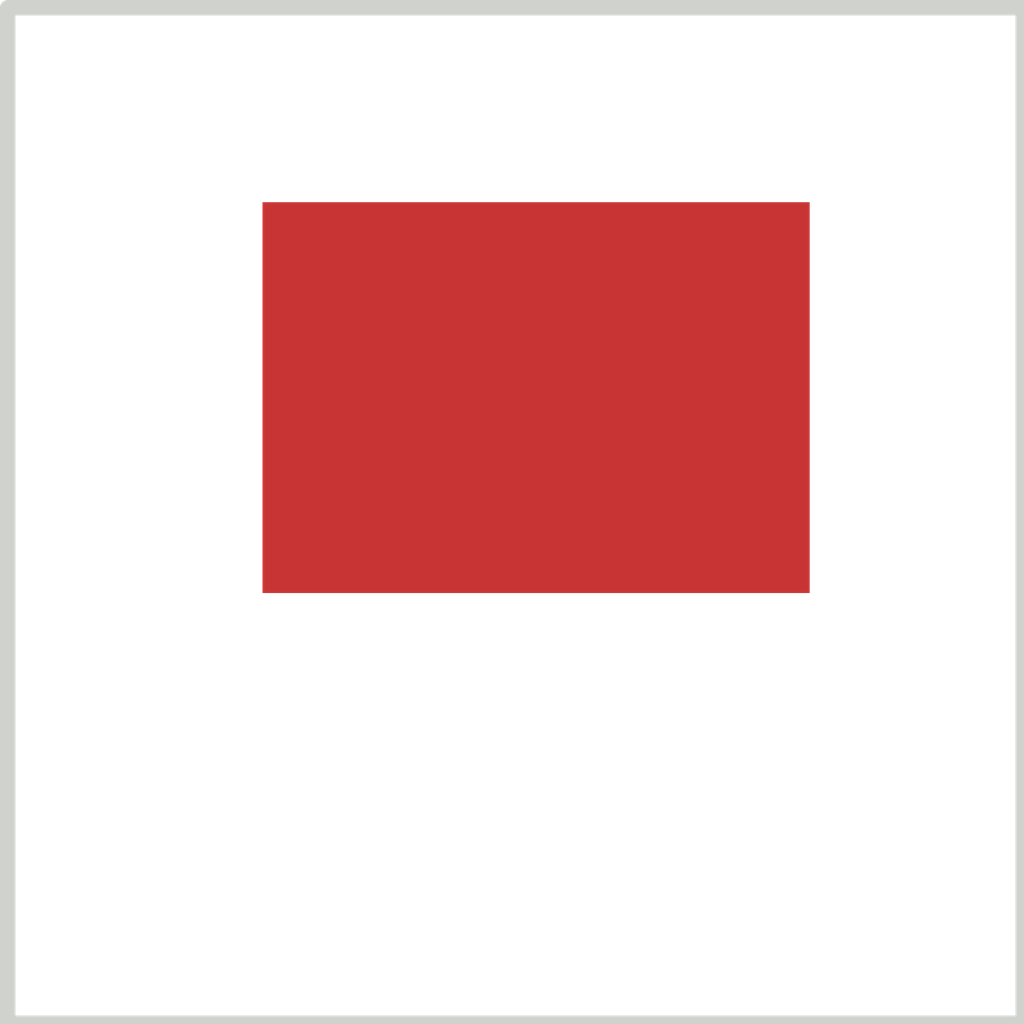
<source format=kicad_pcb>
(kicad_pcb (version 20220211) (generator pcbnew)
  (layers (0 "F.Cu" signal) (31 "B.Cu" signal) (34 "B.Paste" user) (35 "F.Paste" user) (36 "B.SilkS" user "B.Silkscreen") (37 "F.SilkS" user "F.Silkscreen") (38 "B.Mask" user) (39 "F.Mask" user) (44 "Edge.Cuts" user))
  (net 0 "")
  (footprint "Connector_Wire:SolderWirePad_1x01_SMD_1x2mm" (layer "F.Cu") (at 136.84 58.35)
    (fp_text reference "REF**" hide)
    (fp_text value "" hide)
    (fp_rect (start -0.762 -0.508) (end 1.016 0.762) (fill solid) (layer "F.Cu"))
  )
  (gr_rect (start 135.25 57.21) (end 138.55 60.51) (stroke (width 0.05)) (fill none) (layer "Edge.Cuts"))
)
</source>
